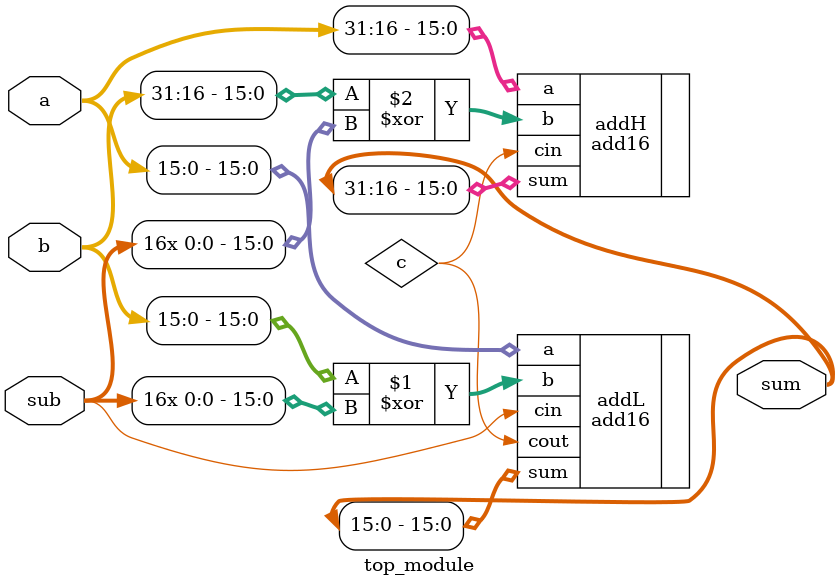
<source format=v>
/*
算法：
二进制数的减法通过补码实现，通过进位端控制加减。
二进制码与全0码按位异或得原码，与全1码异或得反码，反码加1得补码。
*/

module top_module(
    input [31:0] a,
    input [31:0] b,
    input sub,
    output [31:0] sum
);

    wire c;  // carry-in.

    add16 addL ( .a(a[15:0]), .b( b[15:0] ^ {16{sub}} ), .sum(sum[15:0]), .cin(sub), .cout(c) );
    add16 addH ( .a(a[31:16]), .b( b[31:16] ^ {16{sub}} ), .sum(sum[31:16]), .cin(c) );

endmodule
</source>
